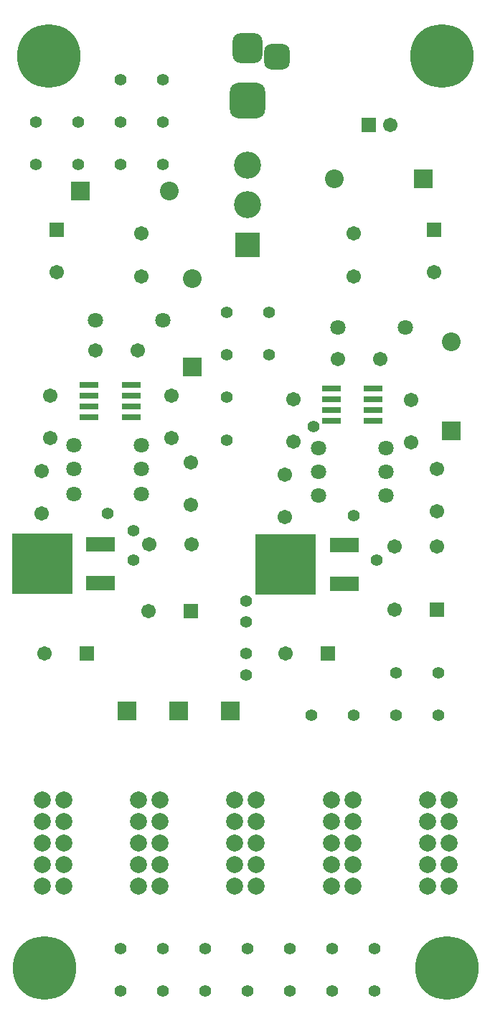
<source format=gts>
G04 Layer_Color=8388736*
%FSLAX25Y25*%
%MOIN*%
G70*
G01*
G75*
%ADD37R,0.13398X0.06706*%
%ADD38R,0.28359X0.28359*%
%ADD39R,0.08600X0.02900*%
G04:AMPARAMS|DCode=40|XSize=165.48mil|YSize=165.48mil|CornerRadius=43.37mil|HoleSize=0mil|Usage=FLASHONLY|Rotation=0.000|XOffset=0mil|YOffset=0mil|HoleType=Round|Shape=RoundedRectangle|*
%AMROUNDEDRECTD40*
21,1,0.16548,0.07874,0,0,0.0*
21,1,0.07874,0.16548,0,0,0.0*
1,1,0.08674,0.03937,-0.03937*
1,1,0.08674,-0.03937,-0.03937*
1,1,0.08674,-0.03937,0.03937*
1,1,0.08674,0.03937,0.03937*
%
%ADD40ROUNDEDRECTD40*%
G04:AMPARAMS|DCode=41|XSize=137.92mil|YSize=137.92mil|CornerRadius=36.48mil|HoleSize=0mil|Usage=FLASHONLY|Rotation=0.000|XOffset=0mil|YOffset=0mil|HoleType=Round|Shape=RoundedRectangle|*
%AMROUNDEDRECTD41*
21,1,0.13792,0.06496,0,0,0.0*
21,1,0.06496,0.13792,0,0,0.0*
1,1,0.07296,0.03248,-0.03248*
1,1,0.07296,-0.03248,-0.03248*
1,1,0.07296,-0.03248,0.03248*
1,1,0.07296,0.03248,0.03248*
%
%ADD41ROUNDEDRECTD41*%
G04:AMPARAMS|DCode=42|XSize=118.24mil|YSize=118.24mil|CornerRadius=31.56mil|HoleSize=0mil|Usage=FLASHONLY|Rotation=0.000|XOffset=0mil|YOffset=0mil|HoleType=Round|Shape=RoundedRectangle|*
%AMROUNDEDRECTD42*
21,1,0.11824,0.05512,0,0,0.0*
21,1,0.05512,0.11824,0,0,0.0*
1,1,0.06312,0.02756,-0.02756*
1,1,0.06312,-0.02756,-0.02756*
1,1,0.06312,-0.02756,0.02756*
1,1,0.06312,0.02756,0.02756*
%
%ADD42ROUNDEDRECTD42*%
%ADD43C,0.07887*%
%ADD44C,0.06706*%
%ADD45R,0.08674X0.08674*%
%ADD46C,0.08674*%
%ADD47R,0.06706X0.06706*%
%ADD48R,0.06706X0.06706*%
%ADD49C,0.12611*%
%ADD50R,0.11824X0.11824*%
%ADD51C,0.07099*%
%ADD52R,0.08674X0.08674*%
%ADD53C,0.05524*%
%ADD54C,0.29528*%
D37*
X256535Y504291D02*
D03*
Y522244D02*
D03*
X369685Y503937D02*
D03*
Y521890D02*
D03*
D38*
X229370Y513346D02*
D03*
X342520Y512992D02*
D03*
D39*
X270613Y596409D02*
D03*
Y591409D02*
D03*
Y586409D02*
D03*
Y581409D02*
D03*
X251213D02*
D03*
Y586409D02*
D03*
Y591409D02*
D03*
Y596409D02*
D03*
X383263Y594555D02*
D03*
Y589555D02*
D03*
Y584555D02*
D03*
Y579555D02*
D03*
X363863D02*
D03*
Y584555D02*
D03*
Y589555D02*
D03*
Y594555D02*
D03*
D40*
X324803Y728346D02*
D03*
D41*
Y752756D02*
D03*
D42*
X338583Y748819D02*
D03*
D43*
X418465Y363543D02*
D03*
X408465D02*
D03*
X418465Y373543D02*
D03*
X408465D02*
D03*
X418465Y383543D02*
D03*
X408465D02*
D03*
X418465Y393543D02*
D03*
X408465D02*
D03*
X418465Y403543D02*
D03*
X408465D02*
D03*
X373681Y363543D02*
D03*
X363681D02*
D03*
X373681Y373543D02*
D03*
X363681D02*
D03*
X373681Y383543D02*
D03*
X363681D02*
D03*
X373681Y393543D02*
D03*
X363681D02*
D03*
X373681Y403543D02*
D03*
X363681D02*
D03*
X328898Y363543D02*
D03*
X318898D02*
D03*
X328898Y373543D02*
D03*
X318898D02*
D03*
X328898Y383543D02*
D03*
X318898D02*
D03*
X328898Y393543D02*
D03*
X318898D02*
D03*
X328898Y403543D02*
D03*
X318898D02*
D03*
X284114Y363543D02*
D03*
X274114D02*
D03*
X284114Y373543D02*
D03*
X274114D02*
D03*
X284114Y383543D02*
D03*
X274114D02*
D03*
X284114Y393543D02*
D03*
X274114D02*
D03*
X284114Y403543D02*
D03*
X274114D02*
D03*
X239331Y363543D02*
D03*
X229331D02*
D03*
X239331Y373543D02*
D03*
X229331D02*
D03*
X239331Y383543D02*
D03*
X229331D02*
D03*
X239331Y393543D02*
D03*
X229331D02*
D03*
X239331Y403543D02*
D03*
X229331D02*
D03*
D44*
X400685Y589437D02*
D03*
Y569752D02*
D03*
X374016Y666535D02*
D03*
Y646850D02*
D03*
X233035Y571791D02*
D03*
Y591476D02*
D03*
X289535Y591291D02*
D03*
Y571606D02*
D03*
X391102Y716929D02*
D03*
X236221Y648819D02*
D03*
X229035Y536791D02*
D03*
Y556476D02*
D03*
X254035Y612291D02*
D03*
X273721D02*
D03*
X298535Y540606D02*
D03*
Y560291D02*
D03*
X279035Y522291D02*
D03*
X298721D02*
D03*
X278850Y491291D02*
D03*
X230315Y471654D02*
D03*
X366685Y608437D02*
D03*
X386370D02*
D03*
X346185Y569937D02*
D03*
Y589622D02*
D03*
X342185Y534937D02*
D03*
Y554622D02*
D03*
X412685Y537752D02*
D03*
Y557437D02*
D03*
X393185Y521437D02*
D03*
X412870D02*
D03*
X393000Y491937D02*
D03*
X342520Y471654D02*
D03*
X275590Y666535D02*
D03*
Y646850D02*
D03*
X411417Y648819D02*
D03*
D45*
X406417Y692126D02*
D03*
X247126Y686220D02*
D03*
X268701Y445079D02*
D03*
X292815D02*
D03*
X316929D02*
D03*
D46*
X365236Y692126D02*
D03*
X419291Y616260D02*
D03*
X299213Y645787D02*
D03*
X288307Y686220D02*
D03*
D47*
X381102Y716929D02*
D03*
X298535Y491291D02*
D03*
X250000Y471654D02*
D03*
X412685Y491937D02*
D03*
X362205Y471654D02*
D03*
D48*
X236221Y668504D02*
D03*
X411417D02*
D03*
D49*
X324803Y698425D02*
D03*
Y679921D02*
D03*
D50*
Y661417D02*
D03*
D51*
X398181Y622937D02*
D03*
X366685D02*
D03*
X285531Y626291D02*
D03*
X254035D02*
D03*
X244039Y545791D02*
D03*
X275535D02*
D03*
X275532Y557291D02*
D03*
X244035D02*
D03*
X244039Y568291D02*
D03*
X275535D02*
D03*
X357689Y566937D02*
D03*
X389185D02*
D03*
X389181Y555937D02*
D03*
X357685D02*
D03*
X357689Y544937D02*
D03*
X389185D02*
D03*
D52*
X419291Y575079D02*
D03*
X299213Y604606D02*
D03*
D53*
X324016Y471654D02*
D03*
Y461811D02*
D03*
Y496063D02*
D03*
Y486220D02*
D03*
X383858Y314961D02*
D03*
Y334646D02*
D03*
X364173Y314961D02*
D03*
Y334646D02*
D03*
X344488Y314961D02*
D03*
Y334646D02*
D03*
X324803Y314961D02*
D03*
Y334646D02*
D03*
X305118Y314961D02*
D03*
Y334646D02*
D03*
X285433Y314961D02*
D03*
Y334646D02*
D03*
X265748Y314961D02*
D03*
Y334646D02*
D03*
X354331Y442913D02*
D03*
X374016D02*
D03*
X334646Y610236D02*
D03*
X285433Y698819D02*
D03*
X265748D02*
D03*
X246063D02*
D03*
X226378D02*
D03*
Y718504D02*
D03*
X246063D02*
D03*
X413386Y442913D02*
D03*
Y462598D02*
D03*
X393701Y442913D02*
D03*
Y462598D02*
D03*
X314961Y570866D02*
D03*
Y590551D02*
D03*
Y610236D02*
D03*
X334646Y629921D02*
D03*
X314961D02*
D03*
X285433Y738189D02*
D03*
X265748D02*
D03*
X285433Y718504D02*
D03*
X265748D02*
D03*
X271654Y528740D02*
D03*
X259842Y536614D02*
D03*
X271654Y514961D02*
D03*
X374016Y535630D02*
D03*
X384842Y514961D02*
D03*
X355315Y576968D02*
D03*
D54*
X232283Y749016D02*
D03*
X415158D02*
D03*
X230315Y325787D02*
D03*
X417323D02*
D03*
M02*

</source>
